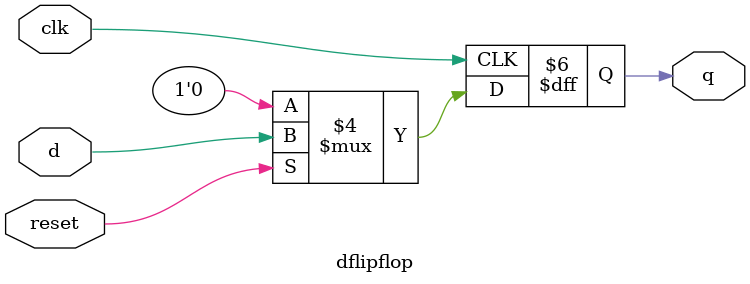
<source format=v>
`timescale 1ns / 1ps

module dflipflop(q,d,clk,reset);

input d,clk,reset;
output reg q;

always @ (posedge clk)
	begin
	if (!reset) q <= 1'b0;
	else q <= d;
	end
endmodule


</source>
